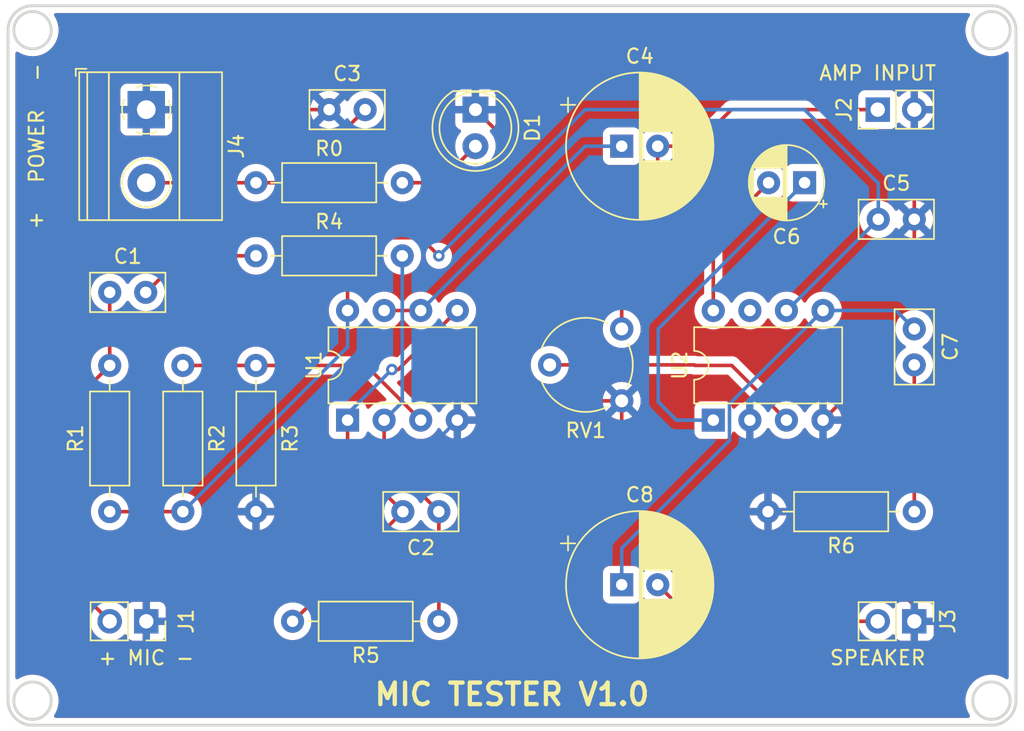
<source format=kicad_pcb>
(kicad_pcb (version 20211014) (generator pcbnew)
  (layers (0 "F.Cu" signal) (31 "B.Cu" signal) (34 "B.Paste" user) (35 "F.Paste" user) (36 "B.SilkS" user "B.Silkscreen") (37 "F.SilkS" user "F.Silkscreen") (38 "B.Mask" user) (39 "F.Mask" user) (44 "Edge.Cuts" user))
  (net 0 "")
  (net 1 "Net-(C1-Pad1)")
  (net 2 "Net-(C1-Pad2)")
  (net 3 "Net-(C2-Pad1)")
  (net 4 "Net-(C2-Pad2)")
  (net 5 "GND")
  (net 6 "Vcc")
  (net 7 "Net-(C4-Pad1)")
  (net 8 "Amp Input")
  (net 9 "Net-(C6-Pad1)")
  (net 10 "Net-(C6-Pad2)")
  (net 11 "Net-(C7-Pad1)")
  (net 12 "Net-(C7-Pad2)")
  (net 13 "Net-(C8-Pad2)")
  (net 14 "Net-(D1-Pad2)")
  (net 15 "Net-(R2-Pad1)")
  (net 16 "Net-(RV1-Pad2)")
  (footprint "Potentiometer_THT:Potentiometer_Piher_PT-6-V_Vertical" (layer "F.Cu") (at 144.78 83.82 180)
    (fp_text reference "RV1" (at 2.5 -7.06 180) (layer "F.SilkS"))
    (fp_text value "10k")
    (pad "1" thru_hole circle (at 0 0 180) (size 1.62 1.62) (drill 0.9) (layers *.Cu *.Mask) (net 8 "Amp Input"))
    (pad "2" thru_hole circle (at 5 -2.5 180) (size 1.62 1.62) (drill 0.9) (layers *.Cu *.Mask) (net 16 "Net-(RV1-Pad2)"))
    (pad "3" thru_hole circle (at 0 -5 180) (size 1.62 1.62) (drill 0.9) (layers *.Cu *.Mask) (net 5 "GND"))
  )
  (footprint "Resistor_THT:R_Axial_DIN0207_L6.3mm_D2.5mm_P10.16mm_Horizontal" (layer "F.Cu") (at 114.3 86.36 -90)
    (fp_text reference "R2" (at 5.08 -2.37 90) (layer "F.SilkS"))
    (fp_text value "200k")
    (pad "1" thru_hole circle (at 0 0 270) (size 1.6 1.6) (drill 0.8) (layers *.Cu *.Mask) (net 15 "Net-(R2-Pad1)"))
    (pad "2" thru_hole oval (at 10.16 0 270) (size 1.6 1.6) (drill 0.8) (layers *.Cu *.Mask) (net 6 "Vcc"))
  )
  (footprint "Resistor_THT:R_Axial_DIN0207_L6.3mm_D2.5mm_P10.16mm_Horizontal" (layer "F.Cu") (at 119.38 86.36 -90)
    (fp_text reference "R3" (at 5.08 -2.37 90) (layer "F.SilkS"))
    (fp_text value "200k")
    (pad "1" thru_hole circle (at 0 0 270) (size 1.6 1.6) (drill 0.8) (layers *.Cu *.Mask) (net 15 "Net-(R2-Pad1)"))
    (pad "2" thru_hole oval (at 10.16 0 270) (size 1.6 1.6) (drill 0.8) (layers *.Cu *.Mask) (net 5 "GND"))
  )
  (footprint "Package_DIP:DIP-8_W7.62mm" (layer "F.Cu") (at 151.14 90.16 90)
    (fp_text reference "U2" (at 3.81 -2.33 90) (layer "F.SilkS"))
    (fp_text value "LM386")
    (pad "1" thru_hole rect (at 0 0 90) (size 1.6 1.6) (drill 0.8) (layers *.Cu *.Mask) (net 9 "Net-(C6-Pad1)"))
    (pad "2" thru_hole oval (at 0 2.54 90) (size 1.6 1.6) (drill 0.8) (layers *.Cu *.Mask) (net 5 "GND"))
    (pad "3" thru_hole oval (at 0 5.08 90) (size 1.6 1.6) (drill 0.8) (layers *.Cu *.Mask) (net 16 "Net-(RV1-Pad2)"))
    (pad "4" thru_hole oval (at 0 7.62 90) (size 1.6 1.6) (drill 0.8) (layers *.Cu *.Mask) (net 5 "GND"))
    (pad "5" thru_hole oval (at 7.62 7.62 90) (size 1.6 1.6) (drill 0.8) (layers *.Cu *.Mask) (net 11 "Net-(C7-Pad1)"))
    (pad "6" thru_hole oval (at 7.62 5.08 90) (size 1.6 1.6) (drill 0.8) (layers *.Cu *.Mask) (net 6 "Vcc"))
    (pad "7" thru_hole oval (at 7.62 2.54 90) (size 1.6 1.6) (drill 0.8) (layers *.Cu *.Mask))
    (pad "8" thru_hole oval (at 7.62 0 90) (size 1.6 1.6) (drill 0.8) (layers *.Cu *.Mask) (net 10 "Net-(C6-Pad2)"))
  )
  (footprint "Resistor_THT:R_Axial_DIN0207_L6.3mm_D2.5mm_P10.16mm_Horizontal" (layer "F.Cu") (at 109.22 96.52 90)
    (fp_text reference "R1" (at 5.08 -2.37 90) (layer "F.SilkS"))
    (fp_text value "10k")
    (pad "1" thru_hole circle (at 0 0 90) (size 1.6 1.6) (drill 0.8) (layers *.Cu *.Mask) (net 6 "Vcc"))
    (pad "2" thru_hole oval (at 10.16 0 90) (size 1.6 1.6) (drill 0.8) (layers *.Cu *.Mask) (net 1 "Net-(C1-Pad1)"))
  )
  (footprint "LED_THT:LED_D5.0mm" (layer "F.Cu") (at 134.62 68.58 -90)
    (fp_text reference "D1" (at 1.27 -3.96 90) (layer "F.SilkS"))
    (fp_text value "LED")
    (pad "1" thru_hole rect (at 0 0 270) (size 1.8 1.8) (drill 0.9) (layers *.Cu *.Mask) (net 5 "GND"))
    (pad "2" thru_hole circle (at 2.54 0 270) (size 1.8 1.8) (drill 0.9) (layers *.Cu *.Mask) (net 14 "Net-(D1-Pad2)"))
  )
  (footprint "Resistor_THT:R_Axial_DIN0207_L6.3mm_D2.5mm_P10.16mm_Horizontal" (layer "F.Cu") (at 132.08 104.14 180)
    (fp_text reference "R5" (at 5.08 -2.37) (layer "F.SilkS"))
    (fp_text value "1M")
    (pad "1" thru_hole circle (at 0 0 180) (size 1.6 1.6) (drill 0.8) (layers *.Cu *.Mask) (net 3 "Net-(C2-Pad1)"))
    (pad "2" thru_hole oval (at 10.16 0 180) (size 1.6 1.6) (drill 0.8) (layers *.Cu *.Mask) (net 4 "Net-(C2-Pad2)"))
  )
  (footprint "Capacitor_THT:CP_Radial_D5.0mm_P2.50mm" (layer "F.Cu") (at 157.48 73.66 180)
    (fp_text reference "C6" (at 1.25 -3.75) (layer "F.SilkS"))
    (fp_text value "10u")
    (pad "1" thru_hole rect (at 0 0 180) (size 1.6 1.6) (drill 0.8) (layers *.Cu *.Mask) (net 9 "Net-(C6-Pad1)"))
    (pad "2" thru_hole circle (at 2.5 0 180) (size 1.6 1.6) (drill 0.8) (layers *.Cu *.Mask) (net 10 "Net-(C6-Pad2)"))
  )
  (footprint "Capacitor_THT:CP_Radial_D10.0mm_P2.50mm" (layer "F.Cu") (at 144.78 71.12)
    (fp_text reference "C4" (at 1.25 -6.25) (layer "F.SilkS"))
    (fp_text value "220u")
    (pad "1" thru_hole rect (at 0 0) (size 1.6 1.6) (drill 0.8) (layers *.Cu *.Mask) (net 7 "Net-(C4-Pad1)"))
    (pad "2" thru_hole circle (at 2.5 0) (size 1.6 1.6) (drill 0.8) (layers *.Cu *.Mask) (net 8 "Amp Input"))
  )
  (footprint "Capacitor_THT:C_Disc_D5.0mm_W2.5mm_P2.50mm" (layer "F.Cu") (at 109.22 81.28)
    (fp_text reference "C1" (at 1.25 -2.5) (layer "F.SilkS"))
    (fp_text value "0.022u")
    (pad "1" thru_hole circle (at 0 0) (size 1.6 1.6) (drill 0.8) (layers *.Cu *.Mask) (net 1 "Net-(C1-Pad1)"))
    (pad "2" thru_hole circle (at 2.5 0) (size 1.6 1.6) (drill 0.8) (layers *.Cu *.Mask) (net 2 "Net-(C1-Pad2)"))
  )
  (footprint "Connector_PinSocket_2.54mm:PinSocket_1x02_P2.54mm_Vertical" (layer "F.Cu") (at 111.76 104.14 -90)
    (fp_text reference "J1" (at 0 -2.77 -90) (layer "F.SilkS"))
    (fp_text value "mic_connector")
    (pad "1" thru_hole rect (at 0 0 270) (size 1.7 1.7) (drill 1) (layers *.Cu *.Mask) (net 5 "GND"))
    (pad "2" thru_hole oval (at 0 2.54 270) (size 1.7 1.7) (drill 1) (layers *.Cu *.Mask) (net 1 "Net-(C1-Pad1)"))
  )
  (footprint "Capacitor_THT:C_Disc_D5.0mm_W2.5mm_P2.50mm" (layer "F.Cu") (at 165.1 83.82 -90)
    (fp_text reference "C7" (at 1.25 -2.5 90) (layer "F.SilkS"))
    (fp_text value "0.1u")
    (pad "1" thru_hole circle (at 0 0 270) (size 1.6 1.6) (drill 0.8) (layers *.Cu *.Mask) (net 11 "Net-(C7-Pad1)"))
    (pad "2" thru_hole circle (at 2.5 0 270) (size 1.6 1.6) (drill 0.8) (layers *.Cu *.Mask) (net 12 "Net-(C7-Pad2)"))
  )
  (footprint "Capacitor_THT:C_Disc_D5.0mm_W2.5mm_P2.50mm" (layer "F.Cu") (at 124.46 68.58)
    (fp_text reference "C3" (at 1.25 -2.5) (layer "F.SilkS"))
    (fp_text value "0.1u")
    (pad "1" thru_hole circle (at 0 0) (size 1.6 1.6) (drill 0.8) (layers *.Cu *.Mask) (net 5 "GND"))
    (pad "2" thru_hole circle (at 2.5 0) (size 1.6 1.6) (drill 0.8) (layers *.Cu *.Mask) (net 6 "Vcc"))
  )
  (footprint "Resistor_THT:R_Axial_DIN0207_L6.3mm_D2.5mm_P10.16mm_Horizontal" (layer "F.Cu") (at 165.1 96.52 180)
    (fp_text reference "R6" (at 5.08 -2.37) (layer "F.SilkS"))
    (fp_text value "10")
    (pad "1" thru_hole circle (at 0 0 180) (size 1.6 1.6) (drill 0.8) (layers *.Cu *.Mask) (net 12 "Net-(C7-Pad2)"))
    (pad "2" thru_hole oval (at 10.16 0 180) (size 1.6 1.6) (drill 0.8) (layers *.Cu *.Mask) (net 5 "GND"))
  )
  (footprint "Connector_PinHeader_2.54mm:PinHeader_1x02_P2.54mm_Vertical" (layer "F.Cu") (at 162.56 68.58 90)
    (fp_text reference "J2" (at 0 -2.33 90) (layer "F.SilkS"))
    (fp_text value "amp_connector")
    (pad "1" thru_hole rect (at 0 0 90) (size 1.7 1.7) (drill 1) (layers *.Cu *.Mask) (net 8 "Amp Input"))
    (pad "2" thru_hole oval (at 0 2.54 90) (size 1.7 1.7) (drill 1) (layers *.Cu *.Mask) (net 5 "GND"))
  )
  (footprint "Capacitor_THT:C_Disc_D5.0mm_W2.5mm_P2.50mm" (layer "F.Cu") (at 162.6 76.2)
    (fp_text reference "C5" (at 1.25 -2.5) (layer "F.SilkS"))
    (fp_text value "0.1u")
    (pad "1" thru_hole circle (at 0 0) (size 1.6 1.6) (drill 0.8) (layers *.Cu *.Mask) (net 6 "Vcc"))
    (pad "2" thru_hole circle (at 2.5 0) (size 1.6 1.6) (drill 0.8) (layers *.Cu *.Mask) (net 5 "GND"))
  )
  (footprint "Package_DIP:DIP-8_W7.62mm" (layer "F.Cu") (at 125.74 90.16 90)
    (fp_text reference "U1" (at 3.81 -2.33 90) (layer "F.SilkS"))
    (fp_text value "LM358")
    (pad "1" thru_hole rect (at 0 0 90) (size 1.6 1.6) (drill 0.8) (layers *.Cu *.Mask) (net 4 "Net-(C2-Pad2)"))
    (pad "2" thru_hole oval (at 0 2.54 90) (size 1.6 1.6) (drill 0.8) (layers *.Cu *.Mask) (net 3 "Net-(C2-Pad1)"))
    (pad "3" thru_hole oval (at 0 5.08 90) (size 1.6 1.6) (drill 0.8) (layers *.Cu *.Mask) (net 15 "Net-(R2-Pad1)"))
    (pad "4" thru_hole oval (at 0 7.62 90) (size 1.6 1.6) (drill 0.8) (layers *.Cu *.Mask) (net 5 "GND"))
    (pad "5" thru_hole oval (at 7.62 7.62 90) (size 1.6 1.6) (drill 0.8) (layers *.Cu *.Mask) (net 4 "Net-(C2-Pad2)"))
    (pad "6" thru_hole oval (at 7.62 5.08 90) (size 1.6 1.6) (drill 0.8) (layers *.Cu *.Mask) (net 7 "Net-(C4-Pad1)"))
    (pad "7" thru_hole oval (at 7.62 2.54 90) (size 1.6 1.6) (drill 0.8) (layers *.Cu *.Mask) (net 7 "Net-(C4-Pad1)"))
    (pad "8" thru_hole oval (at 7.62 0 90) (size 1.6 1.6) (drill 0.8) (layers *.Cu *.Mask) (net 6 "Vcc"))
  )
  (footprint "Capacitor_THT:CP_Radial_D10.0mm_P2.50mm" (layer "F.Cu") (at 144.78 101.6)
    (fp_text reference "C8" (at 1.25 -6.25) (layer "F.SilkS"))
    (fp_text value "220u")
    (pad "1" thru_hole rect (at 0 0) (size 1.6 1.6) (drill 0.8) (layers *.Cu *.Mask) (net 11 "Net-(C7-Pad1)"))
    (pad "2" thru_hole circle (at 2.5 0) (size 1.6 1.6) (drill 0.8) (layers *.Cu *.Mask) (net 13 "Net-(C8-Pad2)"))
  )
  (footprint "Capacitor_THT:C_Disc_D5.0mm_W2.5mm_P2.50mm" (layer "F.Cu") (at 132.08 96.52 180)
    (fp_text reference "C2" (at 1.25 -2.5) (layer "F.SilkS"))
    (fp_text value "470p")
    (pad "1" thru_hole circle (at 0 0 180) (size 1.6 1.6) (drill 0.8) (layers *.Cu *.Mask) (net 3 "Net-(C2-Pad1)"))
    (pad "2" thru_hole circle (at 2.5 0 180) (size 1.6 1.6) (drill 0.8) (layers *.Cu *.Mask) (net 4 "Net-(C2-Pad2)"))
  )
  (footprint "Resistor_THT:R_Axial_DIN0207_L6.3mm_D2.5mm_P10.16mm_Horizontal" (layer "F.Cu") (at 119.38 78.74)
    (fp_text reference "R4" (at 5.08 -2.37) (layer "F.SilkS"))
    (fp_text value "10k")
    (pad "1" thru_hole circle (at 0 0) (size 1.6 1.6) (drill 0.8) (layers *.Cu *.Mask) (net 2 "Net-(C1-Pad2)"))
    (pad "2" thru_hole oval (at 10.16 0) (size 1.6 1.6) (drill 0.8) (layers *.Cu *.Mask) (net 3 "Net-(C2-Pad1)"))
  )
  (footprint "Connector_PinHeader_2.54mm:PinHeader_1x02_P2.54mm_Vertical" (layer "F.Cu") (at 165.1 104.14 -90)
    (fp_text reference "J3" (at 0 -2.33 90) (layer "F.SilkS"))
    (fp_text value "speaker_connector")
    (pad "1" thru_hole rect (at 0 0 270) (size 1.7 1.7) (drill 1) (layers *.Cu *.Mask) (net 5 "GND"))
    (pad "2" thru_hole oval (at 0 2.54 270) (size 1.7 1.7) (drill 1) (layers *.Cu *.Mask) (net 13 "Net-(C8-Pad2)"))
  )
  (footprint "TerminalBlock_Phoenix:TerminalBlock_Phoenix_MKDS-1,5-2-5.08_1x02_P5.08mm_Horizontal" (layer "F.Cu") (at 111.76 68.58 -90)
    (fp_text reference "J4" (at 2.54 -6.26 -90) (layer "F.SilkS"))
    (fp_text value "Power")
    (pad "1" thru_hole rect (at 0 0 270) (size 2.6 2.6) (drill 1.3) (layers *.Cu *.Mask) (net 5 "GND"))
    (pad "2" thru_hole circle (at 5.08 0 270) (size 2.6 2.6) (drill 1.3) (layers *.Cu *.Mask) (net 6 "Vcc"))
  )
  (footprint "Resistor_THT:R_Axial_DIN0207_L6.3mm_D2.5mm_P10.16mm_Horizontal" (layer "F.Cu") (at 119.38 73.66)
    (fp_text reference "R0" (at 5.08 -2.37) (layer "F.SilkS"))
    (fp_text value "1k")
    (pad "1" thru_hole circle (at 0 0) (size 1.6 1.6) (drill 0.8) (layers *.Cu *.Mask) (net 6 "Vcc"))
    (pad "2" thru_hole oval (at 10.16 0) (size 1.6 1.6) (drill 0.8) (layers *.Cu *.Mask) (net 14 "Net-(D1-Pad2)"))
  )
  (gr_arc (start 102.16 63.06) (mid 102.657918 61.857918) (end 103.86 61.36) (layer "Edge.Cuts") (width 0.2))
  (gr_arc (start 172.16 109.66) (mid 171.662082 110.862082) (end 170.46 111.36) (layer "Edge.Cuts") (width 0.2))
  (gr_circle (center 103.86 109.66) (end 105.16 109.66) (layer "Edge.Cuts") (width 0.2) (fill none))
  (gr_circle (center 170.46 63.06) (end 171.76 63.06) (layer "Edge.Cuts") (width 0.2) (fill none))
  (gr_arc (start 103.86 111.36) (mid 102.657918 110.862082) (end 102.16 109.66) (layer "Edge.Cuts") (width 0.2))
  (gr_circle (center 170.46 109.66) (end 171.76 109.66) (layer "Edge.Cuts") (width 0.2) (fill none))
  (gr_line (start 103.86 111.36) (end 170.46 111.36) (layer "Edge.Cuts") (width 0.2))
  (gr_circle (center 103.86 63.06) (end 105.16 63.06) (layer "Edge.Cuts") (width 0.2) (fill none))
  (gr_line (start 102.16 63.06) (end 102.16 109.66) (layer "Edge.Cuts") (width 0.2))
  (gr_arc (start 170.46 61.36) (mid 171.662082 61.857918) (end 172.16 63.06) (layer "Edge.Cuts") (width 0.2))
  (gr_line (start 172.16 109.66) (end 172.16 63.06) (layer "Edge.Cuts") (width 0.2))
  (gr_line (start 170.46 61.36) (end 103.86 61.36) (layer "Edge.Cuts") (width 0.2))
  (gr_text "SPEAKER\n" (at 162.56 106.68) (layer "F.SilkS") (effects (font (size 1 1))))
  (gr_text "POWER" (at 104.14 71.12 90) (layer "F.SilkS") (effects (font (size 1 1))))
  (gr_text "MIC TESTER V1.0" (at 137.16 109.22) (layer "F.SilkS") (effects (font (size 1.5 1.5) (thickness 0.3))))
  (gr_text "AMP INPUT" (at 162.56 66.04) (layer "F.SilkS") (effects (font (size 1 1))))
  (gr_text "+" (at 104.14 76.2) (layer "F.SilkS") (effects (font (size 1 1))))
  (gr_text "+ MIC -" (at 111.76 106.68) (layer "F.SilkS") (effects (font (size 1 1))))
  (gr_text "-" (at 104.14 65.99 90) (layer "F.SilkS") (effects (font (size 1 1))))
  (segment (start 109.22 86.36) (end 106.68 88.9) (width 0.25) (layer "F.Cu") (net 1))
  (segment (start 106.68 88.9) (end 106.68 101.6) (width 0.25) (layer "F.Cu") (net 1))
  (segment (start 106.68 101.6) (end 109.22 104.14) (width 0.25) (layer "F.Cu") (net 1))
  (segment (start 109.22 81.28) (end 109.22 86.36) (width 0.25) (layer "F.Cu") (net 1))
  (segment (start 114.3 78.74) (end 111.76 81.28) (width 0.25) (layer "F.Cu") (net 2))
  (segment (start 119.38 78.74) (end 114.3 78.74) (width 0.25) (layer "F.Cu") (net 2))
  (segment (start 111.76 81.28) (end 111.72 81.28) (width 0.25) (layer "F.Cu") (net 2))
  (segment (start 132.08 96.52) (end 132.08 104.14) (width 0.25) (layer "F.Cu") (net 3))
  (segment (start 128.28 92.72) (end 132.08 96.52) (width 0.25) (layer "F.Cu") (net 3))
  (segment (start 128.28 90.16) (end 128.28 92.72) (width 0.25) (layer "F.Cu") (net 3))
  (segment (start 129.54 88.9) (end 128.28 90.16) (width 0.25) (layer "B.Cu") (net 3))
  (segment (start 129.54 78.74) (end 129.54 88.9) (width 0.25) (layer "B.Cu") (net 3))
  (segment (start 125.74 90.16) (end 125.74 92.68) (width 0.25) (layer "F.Cu") (net 4))
  (segment (start 129.257157 86.642843) (end 128.8155 86.642843) (width 0.25) (layer "F.Cu") (net 4))
  (segment (start 125.74 92.68) (end 129.58 96.52) (width 0.25) (layer "F.Cu") (net 4))
  (segment (start 121.96 104.14) (end 121.92 104.14) (width 0.25) (layer "F.Cu") (net 4))
  (segment (start 129.58 96.52) (end 121.96 104.14) (width 0.25) (layer "F.Cu") (net 4))
  (segment (start 133.36 82.54) (end 129.257157 86.642843) (width 0.25) (layer "F.Cu") (net 4))
  (via (at 128.8155 86.642843) (size 0.8) (drill 0.4) (layers "F.Cu" "B.Cu") (net 4))
  (segment (start 125.74 89.718343) (end 125.74 90.16) (width 0.25) (layer "B.Cu") (net 4))
  (segment (start 128.8155 86.642843) (end 125.74 89.718343) (width 0.25) (layer "B.Cu") (net 4))
  (segment (start 163.66 101.6) (end 165.1 103.04) (width 0.25) (layer "F.Cu") (net 5))
  (segment (start 144.78 88.82) (end 139.62 88.82) (width 0.25) (layer "F.Cu") (net 5))
  (segment (start 119.38 99.06) (end 114.3 104.14) (width 0.25) (layer "F.Cu") (net 5))
  (segment (start 144.78 88.82) (end 144.78 91.44) (width 0.25) (layer "F.Cu") (net 5))
  (segment (start 143.44 90.16) (end 144.78 88.82) (width 0.25) (layer "F.Cu") (net 5))
  (segment (start 153.68 90.16) (end 153.68 92.7) (width 0.25) (layer "F.Cu") (net 5))
  (segment (start 137.16 86.36) (end 137.16 71.12) (width 0.25) (layer "F.Cu") (net 5))
  (segment (start 162.56 81.28) (end 162.56 86.36) (width 0.25) (layer "F.Cu") (net 5))
  (segment (start 154.94 96.52) (end 154.94 99.06) (width 0.25) (layer "F.Cu") (net 5))
  (segment (start 162.56 86.36) (end 158.76 90.16) (width 0.25) (layer "F.Cu") (net 5))
  (segment (start 158.76 90.16) (end 158.76 95.24) (width 0.25) (layer "F.Cu") (net 5))
  (segment (start 147.32 93.98) (end 152.4 93.98) (width 0.25) (layer "F.Cu") (net 5))
  (segment (start 111.76 104.14) (end 114.3 104.14) (width 0.25) (layer "F.Cu") (net 5))
  (segment (start 165.1 103.04) (end 165.1 104.14) (width 0.25) (layer "F.Cu") (net 5))
  (segment (start 154.94 99.06) (end 157.48 101.6) (width 0.25) (layer "F.Cu") (net 5))
  (segment (start 119.38 96.52) (end 119.38 99.06) (width 0.25) (layer "F.Cu") (net 5))
  (segment (start 158.76 95.24) (end 157.48 96.52) (width 0.25) (layer "F.Cu") (net 5))
  (segment (start 144.78 91.44) (end 147.32 93.98) (width 0.25) (layer "F.Cu") (net 5))
  (segment (start 152.4 93.98) (end 153.68 92.7) (width 0.25) (layer "F.Cu") (net 5))
  (segment (start 134.62 68.58) (end 137.16 71.12) (width 0.25) (layer "F.Cu") (net 5))
  (segment (start 153.68 92.72) (end 154.94 93.98) (width 0.25) (layer "F.Cu") (net 5))
  (segment (start 157.48 101.6) (end 163.66 101.6) (width 0.25) (layer "F.Cu") (net 5))
  (segment (start 153.68 92.7) (end 153.68 92.72) (width 0.25) (layer "F.Cu") (net 5))
  (segment (start 165.1 76.2) (end 165.1 78.74) (width 0.25) (layer "F.Cu") (net 5))
  (segment (start 133.36 90.16) (end 143.44 90.16) (width 0.25) (layer "F.Cu") (net 5))
  (segment (start 154.94 93.98) (end 154.94 96.52) (width 0.25) (layer "F.Cu") (net 5))
  (segment (start 139.62 88.82) (end 137.16 86.36) (width 0.25) (layer "F.Cu") (net 5))
  (segment (start 165.1 68.58) (end 165.1 76.2) (width 0.25) (layer "F.Cu") (net 5))
  (segment (start 124.46 68.58) (end 111.76 68.58) (width 0.25) (layer "F.Cu") (net 5))
  (segment (start 165.1 78.74) (end 162.56 81.28) (width 0.25) (layer "F.Cu") (net 5))
  (segment (start 157.48 96.52) (end 154.94 96.52) (width 0.25) (layer "F.Cu") (net 5))
  (segment (start 133.36 90.16) (end 127 96.52) (width 0.25) (layer "B.Cu") (net 5))
  (segment (start 127 96.52) (end 119.38 96.52) (width 0.25) (layer "B.Cu") (net 5))
  (segment (start 121.92 73.62) (end 126.96 68.58) (width 0.25) (layer "F.Cu") (net 6))
  (segment (start 121.92 73.66) (end 125.74 77.48) (width 0.25) (layer "F.Cu") (net 6))
  (segment (start 125.74 77.48) (end 125.74 82.54) (width 0.25) (layer "F.Cu") (net 6))
  (segment (start 109.22 96.52) (end 114.3 96.52) (width 0.25) (layer "F.Cu") (net 6))
  (segment (start 125.74 77.48) (end 130.82 77.48) (width 0.25) (layer "F.Cu") (net 6))
  (segment (start 119.38 73.66) (end 111.76 73.66) (width 0.25) (layer "F.Cu") (net 6))
  (segment (start 130.82 77.48) (end 132.08 78.74) (width 0.25) (layer "F.Cu") (net 6))
  (segment (start 121.92 73.66) (end 121.92 73.62) (width 0.25) (layer "F.Cu") (net 6))
  (segment (start 119.38 73.66) (end 121.92 73.66) (width 0.25) (layer "F.Cu") (net 6))
  (via (at 132.08 78.74) (size 0.8) (drill 0.4) (layers "F.Cu" "B.Cu") (net 6))
  (segment (start 125.74 82.54) (end 125.74 85.08) (width 0.25) (layer "B.Cu") (net 6))
  (segment (start 162.6 73.7) (end 162.6 76.2) (width 0.25) (layer "B.Cu") (net 6))
  (segment (start 142.24 68.58) (end 157.48 68.58) (width 0.25) (layer "B.Cu") (net 6))
  (segment (start 132.08 78.74) (end 142.24 68.58) (width 0.25) (layer "B.Cu") (net 6))
  (segment (start 156.26 82.54) (end 156.22 82.54) (width 0.25) (layer "B.Cu") (net 6))
  (segment (start 125.74 85.08) (end 114.3 96.52) (width 0.25) (layer "B.Cu") (net 6))
  (segment (start 157.48 68.58) (end 162.6 73.7) (width 0.25) (layer "B.Cu") (net 6))
  (segment (start 162.6 76.2) (end 156.26 82.54) (width 0.25) (layer "B.Cu") (net 6))
  (segment (start 128.28 82.54) (end 130.82 82.54) (width 0.25) (layer "F.Cu") (net 7))
  (segment (start 142.24 71.12) (end 144.78 71.12) (width 0.25) (layer "B.Cu") (net 7))
  (segment (start 142.24 71.12) (end 130.82 82.54) (width 0.25) (layer "B.Cu") (net 7))
  (segment (start 144.78 76.2) (end 147.32 73.66) (width 0.25) (layer "F.Cu") (net 8))
  (segment (start 144.78 76.2) (end 144.78 83.82) (width 0.25) (layer "F.Cu") (net 8))
  (segment (start 152.4 68.58) (end 149.86 71.12) (width 0.25) (layer "F.Cu") (net 8))
  (segment (start 149.86 71.12) (end 147.28 71.12) (width 0.25) (layer "F.Cu") (net 8))
  (segment (start 147.32 73.66) (end 147.28 73.62) (width 0.25) (layer "F.Cu") (net 8))
  (segment (start 147.28 73.62) (end 147.28 71.12) (width 0.25) (layer "F.Cu") (net 8))
  (segment (start 152.4 68.58) (end 162.56 68.58) (width 0.25) (layer "F.Cu") (net 8))
  (segment (start 157.48 73.66) (end 147.32 83.82) (width 0.25) (layer "B.Cu") (net 9))
  (segment (start 147.32 88.9) (end 148.58 90.16) (width 0.25) (layer "B.Cu") (net 9))
  (segment (start 147.32 83.82) (end 147.32 88.9) (width 0.25) (layer "B.Cu") (net 9))
  (segment (start 148.58 90.16) (end 151.14 90.16) (width 0.25) (layer "B.Cu") (net 9))
  (segment (start 151.14 82.54) (end 151.14 77.5) (width 0.25) (layer "F.Cu") (net 10))
  (segment (start 151.14 77.5) (end 154.98 73.66) (width 0.25) (layer "F.Cu") (net 10))
  (segment (start 158.76 82.54) (end 163.82 82.54) (width 0.25) (layer "B.Cu") (net 11))
  (segment (start 152.264511 89.035489) (end 152.264511 91.575489) (width 0.25) (layer "B.Cu") (net 11))
  (segment (start 144.78 99.06) (end 144.78 101.6) (width 0.25) (layer "B.Cu") (net 11))
  (segment (start 163.82 82.54) (end 165.1 83.82) (width 0.25) (layer "B.Cu") (net 11))
  (segment (start 158.76 82.54) (end 152.264511 89.035489) (width 0.25) (layer "B.Cu") (net 11))
  (segment (start 152.264511 91.575489) (end 144.78 99.06) (width 0.25) (layer "B.Cu") (net 11))
  (segment (start 165.1 86.32) (end 165.1 96.52) (width 0.25) (layer "F.Cu") (net 12))
  (segment (start 147.28 101.6) (end 149.82 104.14) (width 0.25) (layer "F.Cu") (net 13))
  (segment (start 149.82 104.14) (end 162.56 104.14) (width 0.25) (layer "F.Cu") (net 13))
  (segment (start 132.08 73.66) (end 129.54 73.66) (width 0.25) (layer "F.Cu") (net 14))
  (segment (start 134.62 71.12) (end 132.08 73.66) (width 0.25) (layer "F.Cu") (net 14))
  (segment (start 114.3 86.36) (end 119.38 86.36) (width 0.25) (layer "F.Cu") (net 15))
  (segment (start 127.02 86.36) (end 130.82 90.16) (width 0.25) (layer "F.Cu") (net 15))
  (segment (start 119.38 86.36) (end 127.02 86.36) (width 0.25) (layer "F.Cu") (net 15))
  (segment (start 152.42 86.36) (end 156.22 90.16) (width 0.25) (layer "F.Cu") (net 16))
  (segment (start 149.82 86.32) (end 149.86 86.36) (width 0.25) (layer "F.Cu") (net 16))
  (segment (start 149.86 86.36) (end 152.42 86.36) (width 0.25) (layer "F.Cu") (net 16))
  (segment (start 139.78 86.32) (end 149.82 86.32) (width 0.25) (layer "F.Cu") (net 16))
  (zone (net 5) (net_name "GND") (layers F&B.Cu) (connect_pads (clearance 0.508)) (min_thickness 0.254) (fill yes (thermal_gap 0.508) (thermal_bridge_width 0.508))
    (polygon (pts (xy 172.72 111.76) (xy 101.6 111.76) (xy 101.6 60.96) (xy 172.72 60.96)))
  )
)
</source>
